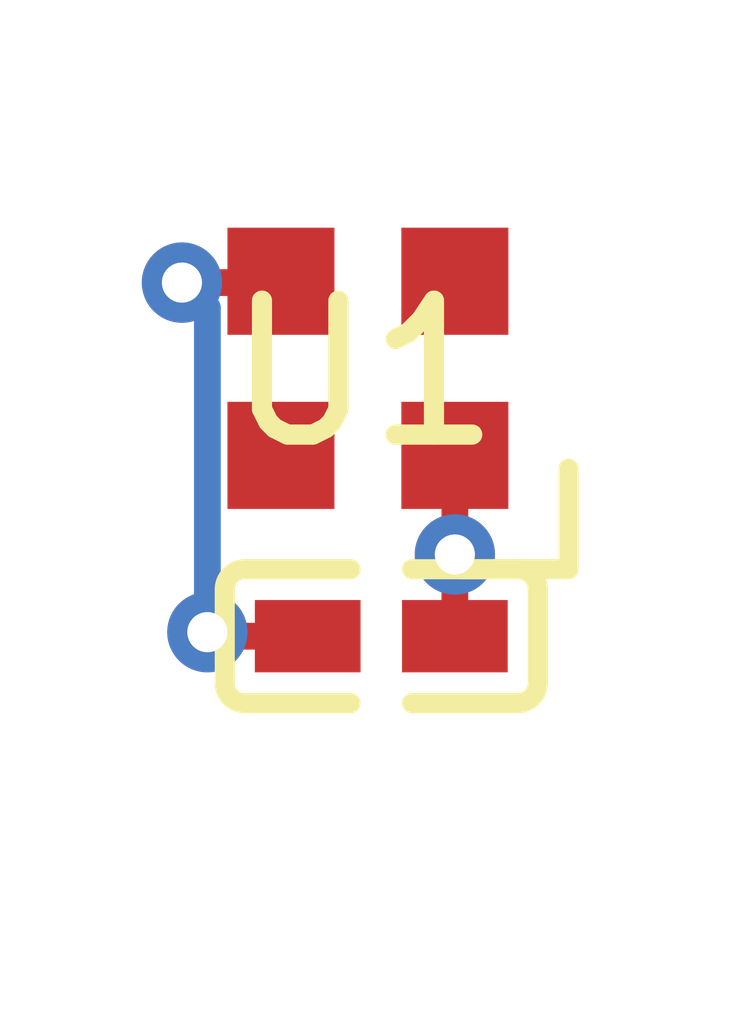
<source format=kicad_pcb>
(kicad_pcb (version 20241229) (generator "pcbnew") (generator_version "9.0")
  (layers (0 "F.Cu" signal) (2 "B.Cu" signal) (13 "F.Paste" user) (15 "B.Paste" user) (5 "F.SilkS" user "F.Silkscreen") (7 "B.SilkS" user "B.Silkscreen") (1 "F.Mask" user) (3 "B.Mask" user) (25 "Edge.Cuts" user))
  (net 0 "")
  (net 1 "gnd")
  (net 2 "DOUT")
  (net 3 "DIN")
  (net 4 "VDD")
  (footprint "atopile:C0402-b3ef17" (layer "F.Cu") (at 137.87 67.62 180)
    (property "Reference" "C1" (hide yes))
    (property "Value" "100nF ±10% 16V X7R" (hide yes))
    (fp_line (start 1.17 0.35) (end 1.17 -0.35) (stroke (width 0.15)) (layer "F.SilkS"))
    (fp_line (start 1.02 -0.5) (end 0.23 -0.5) (stroke (width 0.15)) (layer "F.SilkS"))
    (fp_line (start 0.23 0.5) (end 1.02 0.5) (stroke (width 0.15)) (layer "F.SilkS"))
    (fp_line (start -0.23 0.5) (end -1.02 0.5) (stroke (width 0.15)) (layer "F.SilkS"))
    (fp_line (start -1.02 -0.5) (end -0.23 -0.5) (stroke (width 0.15)) (layer "F.SilkS"))
    (fp_line (start -1.17 0.35) (end -1.17 -0.35) (stroke (width 0.15)) (layer "F.SilkS"))
    (fp_arc (start 1.17 0.35) (mid 1.126066 0.456066) (end 1.02 0.5) (stroke (width 0.15)) (layer "F.SilkS"))
    (fp_arc (start 1.02 -0.5) (mid 1.126066 -0.456066) (end 1.17 -0.35) (stroke (width 0.15)) (layer "F.SilkS"))
    (fp_arc (start -1.02 0.5) (mid -1.126066 0.456066) (end -1.17 0.35) (stroke (width 0.15)) (layer "F.SilkS"))
    (fp_arc (start -1.17 -0.35) (mid -1.126066 -0.456066) (end -1.02 -0.5) (stroke (width 0.15)) (layer "F.SilkS"))
    (pad "1" smd rect (at -0.55 0 180) (size 0.79 0.54) (layers "F.Cu" "F.Mask" "F.Paste") (net 4 "VDD"))
    (pad "2" smd rect (at 0.55 0 180) (size 0.79 0.54) (layers "F.Cu" "F.Mask" "F.Paste") (net 1 "gnd"))
  )
  (footprint "lib:LED-SMD_4P-L2.0-W2.0-BR" (layer "F.Cu") (at 137.77 65.62)
    (property "Reference" "U1" (at -0.03 0.04 0) (layer "F.SilkS"))
    (property "Value" "")
    (fp_line (start 0.7 1.5) (end 1.5 1.5) (stroke (width 0.15)) (layer "F.SilkS"))
    (fp_line (start 1.5 1.5) (end 1.5 0.75) (stroke (width 0.15)) (layer "F.SilkS"))
    (fp_text user "${REFERENCE}" (at -0.03 0.04 0) (layer "F.SilkS"))
    (pad "1" smd rect (at 0.65 0.65) (size 0.8 0.8) (layers "F.Cu" "F.Mask" "F.Paste") (net 4 "VDD"))
    (pad "2" smd rect (at 0.65 -0.65) (size 0.8 0.8) (layers "F.Cu" "F.Mask" "F.Paste") (net 2 "DOUT"))
    (pad "3" smd rect (at -0.65 -0.65) (size 0.8 0.8) (layers "F.Cu" "F.Mask" "F.Paste") (net 1 "gnd"))
    (pad "4" smd rect (at -0.65 0.65) (size 0.8 0.8) (layers "F.Cu" "F.Mask" "F.Paste") (net 3 "DIN"))
  )
  (segment (start 136.6 67.62) (end 136.57 67.59) (width 0.2) (layer "F.Cu") (net 1))
  (segment (start 137.32 67.62) (end 136.6 67.62) (width 0.2) (layer "F.Cu") (net 1))
  (segment (start 136.38 64.98) (end 137.11 64.98) (width 0.2) (layer "F.Cu") (net 1))
  (segment (start 137.11 64.98) (end 137.12 64.97) (width 0.2) (layer "F.Cu") (net 1))
  (via (at 136.57 67.59) (size 0.6) (drill 0.3) (layers "F.Cu" "B.Cu") (net 1))
  (via (at 136.38 64.98) (size 0.6) (drill 0.3) (layers "F.Cu" "B.Cu") (net 1))
  (segment (start 136.57 65.17) (end 136.38 64.98) (width 0.2) (layer "B.Cu") (net 1))
  (segment (start 136.57 67.59) (end 136.57 65.17) (width 0.2) (layer "B.Cu") (net 1))
  (segment (start 138.42 67.01) (end 138.42 66.27) (width 0.2) (layer "F.Cu") (net 4))
  (segment (start 138.42 67.62) (end 138.42 67.01) (width 0.2) (layer "F.Cu") (net 4))
  (via (at 138.42 67.01) (size 0.6) (drill 0.3) (layers "F.Cu" "B.Cu") (net 4))
)
</source>
